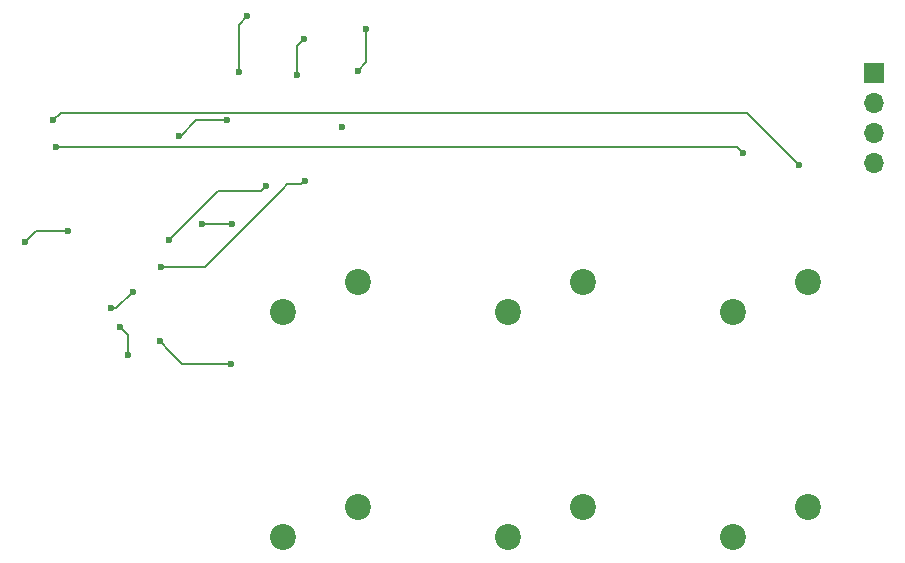
<source format=gbl>
G04 #@! TF.GenerationSoftware,KiCad,Pcbnew,9.0.7*
G04 #@! TF.CreationDate,2026-01-14T23:35:42+00:00*
G04 #@! TF.ProjectId,MacroMachine,4d616372-6f4d-4616-9368-696e652e6b69,rev?*
G04 #@! TF.SameCoordinates,Original*
G04 #@! TF.FileFunction,Copper,L2,Bot*
G04 #@! TF.FilePolarity,Positive*
%FSLAX46Y46*%
G04 Gerber Fmt 4.6, Leading zero omitted, Abs format (unit mm)*
G04 Created by KiCad (PCBNEW 9.0.7) date 2026-01-14 23:35:42*
%MOMM*%
%LPD*%
G01*
G04 APERTURE LIST*
G04 #@! TA.AperFunction,ComponentPad*
%ADD10C,2.200000*%
G04 #@! TD*
G04 #@! TA.AperFunction,ComponentPad*
%ADD11R,1.700000X1.700000*%
G04 #@! TD*
G04 #@! TA.AperFunction,ComponentPad*
%ADD12O,1.700000X1.700000*%
G04 #@! TD*
G04 #@! TA.AperFunction,ViaPad*
%ADD13C,0.600000*%
G04 #@! TD*
G04 #@! TA.AperFunction,Conductor*
%ADD14C,0.200000*%
G04 #@! TD*
G04 APERTURE END LIST*
D10*
G04 #@! TO.P,SW2,1,1*
G04 #@! TO.N,GND*
X145415000Y-123507500D03*
G04 #@! TO.P,SW2,2,2*
G04 #@! TO.N,Net-(U1-GPIO2{slash}SCK)*
X139065000Y-126047500D03*
G04 #@! TD*
G04 #@! TO.P,SW3,1,1*
G04 #@! TO.N,GND*
X164465000Y-104457500D03*
G04 #@! TO.P,SW3,2,2*
G04 #@! TO.N,Net-(U1-GPIO4{slash}MISO)*
X158115000Y-106997500D03*
G04 #@! TD*
G04 #@! TO.P,SW5,1,1*
G04 #@! TO.N,GND*
X183515000Y-104457500D03*
G04 #@! TO.P,SW5,2,2*
G04 #@! TO.N,Net-(U1-GPIO0{slash}TX)*
X177165000Y-106997500D03*
G04 #@! TD*
D11*
G04 #@! TO.P,DS1,1,GND*
G04 #@! TO.N,GND*
X189065000Y-86792500D03*
D12*
G04 #@! TO.P,DS1,2,VCC*
G04 #@! TO.N,+3.3V*
X189065000Y-89332500D03*
G04 #@! TO.P,DS1,3,SCL*
G04 #@! TO.N,Net-(DS1-SCL)*
X189065000Y-91872500D03*
G04 #@! TO.P,DS1,4,SDA*
G04 #@! TO.N,Net-(DS1-SDA)*
X189065000Y-94412500D03*
G04 #@! TD*
D10*
G04 #@! TO.P,SW4,1,1*
G04 #@! TO.N,GND*
X164465000Y-123507500D03*
G04 #@! TO.P,SW4,2,2*
G04 #@! TO.N,Net-(U1-GPIO3{slash}MOSI)*
X158115000Y-126047500D03*
G04 #@! TD*
G04 #@! TO.P,SW1,1,1*
G04 #@! TO.N,GND*
X145415000Y-104457500D03*
G04 #@! TO.P,SW1,2,2*
G04 #@! TO.N,Net-(U1-GPIO1{slash}RX)*
X139065000Y-106997500D03*
G04 #@! TD*
G04 #@! TO.P,SW6,1,1*
G04 #@! TO.N,GND*
X183515000Y-123507500D03*
G04 #@! TO.P,SW6,2,2*
G04 #@! TO.N,Net-(U1-GPIO29{slash}ADC3{slash}A3)*
X177165000Y-126047500D03*
G04 #@! TD*
D13*
G04 #@! TO.N,GND*
X136000000Y-82000000D03*
X135300000Y-86700000D03*
G04 #@! TO.N,+5V*
X125200000Y-108300000D03*
X128700000Y-103200000D03*
X146100000Y-83100000D03*
X125900000Y-110700000D03*
X126300000Y-105300000D03*
X145400000Y-86600000D03*
X124500000Y-106700000D03*
X140900000Y-95900000D03*
G04 #@! TO.N,Net-(D1-DIN)*
X120800000Y-100200000D03*
X117200000Y-101100000D03*
G04 #@! TO.N,Net-(D2-DOUT)*
X137600000Y-96400000D03*
X129400000Y-100900000D03*
X143993750Y-91362500D03*
G04 #@! TO.N,Net-(D3-DOUT)*
X140200000Y-87000000D03*
X140800000Y-83900000D03*
G04 #@! TO.N,Net-(DS1-SDA)*
X182700000Y-94600000D03*
X119600000Y-90800000D03*
G04 #@! TO.N,Net-(DS1-SCL)*
X119800000Y-93100000D03*
X178000000Y-93600000D03*
G04 #@! TO.N,Net-(U1-GPIO1{slash}RX)*
X134700000Y-99600000D03*
X132200000Y-99600000D03*
G04 #@! TO.N,Net-(U1-GPIO4{slash}MISO)*
X130254309Y-92168789D03*
X134300000Y-90800000D03*
G04 #@! TO.N,Net-(U1-GPIO0{slash}TX)*
X134600000Y-111400000D03*
X128600000Y-109500000D03*
G04 #@! TD*
D14*
G04 #@! TO.N,GND*
X135300000Y-86700000D02*
X135300000Y-82700000D01*
X135300000Y-82700000D02*
X136000000Y-82000000D01*
G04 #@! TO.N,+5V*
X124900000Y-106700000D02*
X126300000Y-105300000D01*
X140600000Y-96200000D02*
X140900000Y-95900000D01*
X145400000Y-86600000D02*
X146100000Y-85900000D01*
X132400000Y-103200000D02*
X139000000Y-96600000D01*
X139400000Y-96200000D02*
X139900000Y-96200000D01*
X124500000Y-106700000D02*
X124900000Y-106700000D01*
X125900000Y-109000000D02*
X125200000Y-108300000D01*
X139000000Y-96600000D02*
X139400000Y-96200000D01*
X125900000Y-110700000D02*
X125900000Y-109000000D01*
X128700000Y-103200000D02*
X132400000Y-103200000D01*
X139900000Y-96200000D02*
X140600000Y-96200000D01*
X146100000Y-83100000D02*
X146100000Y-83000000D01*
X146100000Y-85900000D02*
X146100000Y-83100000D01*
G04 #@! TO.N,Net-(D1-DIN)*
X118100000Y-100200000D02*
X120800000Y-100200000D01*
X117200000Y-101100000D02*
X118100000Y-100200000D01*
G04 #@! TO.N,Net-(D2-DOUT)*
X129400000Y-100900000D02*
X133500000Y-96800000D01*
X137200000Y-96800000D02*
X137600000Y-96400000D01*
X133500000Y-96800000D02*
X137100000Y-96800000D01*
X137100000Y-96800000D02*
X137200000Y-96800000D01*
G04 #@! TO.N,Net-(D3-DOUT)*
X140800000Y-83900000D02*
X140200000Y-84500000D01*
X140200000Y-84500000D02*
X140200000Y-87000000D01*
G04 #@! TO.N,Net-(DS1-SDA)*
X119600000Y-90800000D02*
X120201000Y-90199000D01*
X178299000Y-90199000D02*
X182700000Y-94600000D01*
X120201000Y-90199000D02*
X178299000Y-90199000D01*
G04 #@! TO.N,Net-(DS1-SCL)*
X177500000Y-93100000D02*
X178000000Y-93600000D01*
X119800000Y-93100000D02*
X177500000Y-93100000D01*
G04 #@! TO.N,Net-(U1-GPIO1{slash}RX)*
X134700000Y-99600000D02*
X132200000Y-99600000D01*
G04 #@! TO.N,Net-(U1-GPIO4{slash}MISO)*
X130268789Y-92168789D02*
X130254309Y-92168789D01*
X134300000Y-90800000D02*
X131700000Y-90800000D01*
X130300000Y-92200000D02*
X130268789Y-92168789D01*
X131700000Y-90800000D02*
X130300000Y-92200000D01*
G04 #@! TO.N,Net-(U1-GPIO0{slash}TX)*
X129500000Y-110400000D02*
X128600000Y-109500000D01*
X134600000Y-111400000D02*
X130500000Y-111400000D01*
X130500000Y-111400000D02*
X129500000Y-110400000D01*
G04 #@! TD*
M02*

</source>
